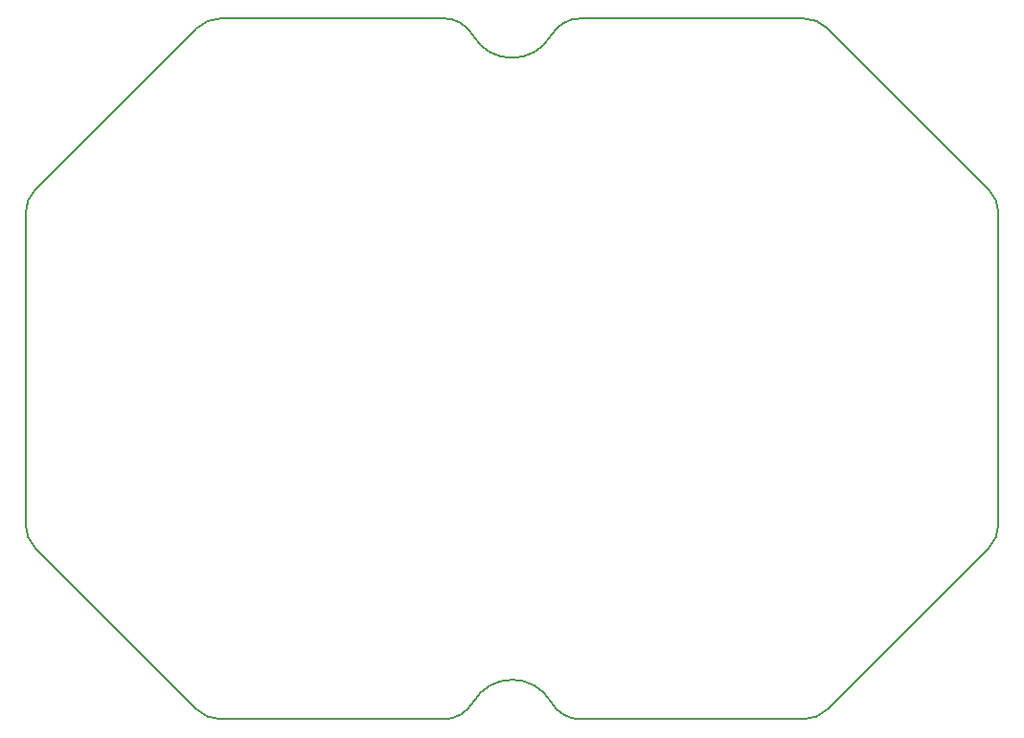
<source format=gm1>
G04*
G04 #@! TF.GenerationSoftware,Altium Limited,Altium Designer,20.1.10 (176)*
G04*
G04 Layer_Color=16711935*
%FSAX42Y42*%
%MOMM*%
G71*
G04*
G04 #@! TF.SameCoordinates,1BA63ED6-0030-4306-BA36-9B072EE6F18F*
G04*
G04*
G04 #@! TF.FilePolarity,Positive*
G04*
G01*
G75*
%ADD16C,0.20*%
D16*
X004036Y006060D02*
G03*
X003776Y006210I-000260J-000150D01*
G01*
X008682Y004486D02*
G03*
X008594Y004698I-000300J-000000D01*
G01*
X004036Y006060D02*
G03*
X004729Y006060I000346J000200D01*
G01*
X001807Y006210D02*
G03*
X001594Y006122I000000J-000300D01*
G01*
X000170Y004698D02*
G03*
X000082Y004486I000212J-000212D01*
G01*
Y001734D02*
G03*
X000170Y001522I000300J000000D01*
G01*
X001594Y000098D02*
G03*
X001807Y000010I000212J000212D01*
G01*
X003776D02*
G03*
X004036Y000160I000000J000300D01*
G01*
X004729D02*
G03*
X004036Y000160I-000346J-000200D01*
G01*
X004729D02*
G03*
X004989Y000010I000260J000150D01*
G01*
X006958D02*
G03*
X007170Y000098I-000000J000300D01*
G01*
X008594Y001522D02*
G03*
X008682Y001734I-000212J000212D01*
G01*
X007170Y006122D02*
G03*
X006958Y006210I-000212J-000212D01*
G01*
X004989D02*
G03*
X004729Y006060I000000J-000300D01*
G01*
X008682Y001734D02*
Y004486D01*
X007170Y006122D02*
X008594Y004698D01*
X001807Y006210D02*
X003776D01*
X000170Y004698D02*
X001594Y006122D01*
X000082Y001734D02*
Y004486D01*
X000170Y001522D02*
X001594Y000098D01*
X001807Y000010D02*
X003776D01*
X004989D02*
X006958D01*
X007170Y000098D02*
X008594Y001522D01*
X004989Y006210D02*
X006958D01*
M02*

</source>
